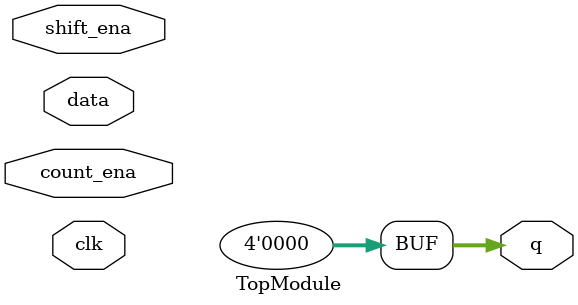
<source format=v>
module TopModule (
  input clk,
  input shift_ena,
  input count_ena,
  input data,
  output reg [3:0] q
);

  // Module body - leave empty or add minimal initialization
  initial begin
    q <= 4'b0000; // Optional: Initialize q
  end

endmodule
</source>
